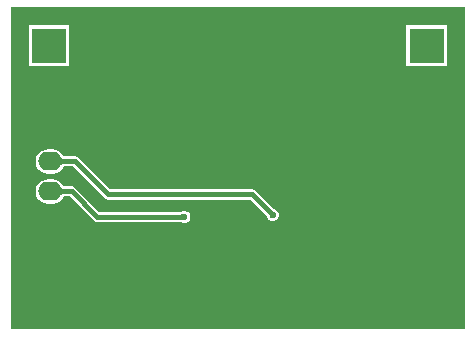
<source format=gbl>
G04*
G04 #@! TF.GenerationSoftware,Altium Limited,Altium Designer,22.3.1 (43)*
G04*
G04 Layer_Physical_Order=4*
G04 Layer_Color=16711680*
%FSLAX25Y25*%
%MOIN*%
G70*
G04*
G04 #@! TF.SameCoordinates,5170A01E-4387-43F3-8572-BE7CC5784F07*
G04*
G04*
G04 #@! TF.FilePolarity,Positive*
G04*
G01*
G75*
%ADD30C,0.01500*%
%ADD31O,0.07874X0.06299*%
%ADD32R,0.11811X0.11811*%
%ADD33C,0.02362*%
G36*
X138435Y-12943D02*
X-12746D01*
Y94242D01*
X138435D01*
Y-12943D01*
D02*
G37*
%LPC*%
G36*
X132494Y88302D02*
X118884D01*
Y74691D01*
X132494D01*
Y88302D01*
D02*
G37*
G36*
X6609D02*
X-7002D01*
Y74691D01*
X6609D01*
Y88302D01*
D02*
G37*
G36*
X984Y46998D02*
X-591D01*
X-1648Y46859D01*
X-2633Y46451D01*
X-3479Y45802D01*
X-4128Y44956D01*
X-4536Y43971D01*
X-4675Y42913D01*
X-4536Y41856D01*
X-4128Y40871D01*
X-3479Y40025D01*
X-2633Y39376D01*
X-1648Y38968D01*
X-591Y38829D01*
X984D01*
X2041Y38968D01*
X3026Y39376D01*
X3872Y40025D01*
X4522Y40871D01*
X4671Y41231D01*
X7866D01*
X18397Y30700D01*
X18397Y30700D01*
X18943Y30336D01*
X19587Y30207D01*
X66823D01*
X72328Y24702D01*
Y24586D01*
X72645Y23821D01*
X73231Y23236D01*
X73996Y22919D01*
X74823D01*
X75588Y23236D01*
X76174Y23821D01*
X76490Y24586D01*
Y25414D01*
X76174Y26179D01*
X75588Y26764D01*
X74823Y27081D01*
X74708D01*
X68709Y33079D01*
X68164Y33444D01*
X67520Y33572D01*
X20283D01*
X9753Y44103D01*
X9207Y44468D01*
X8563Y44596D01*
X4671D01*
X4522Y44956D01*
X3872Y45802D01*
X3026Y46451D01*
X2041Y46859D01*
X984Y46998D01*
D02*
G37*
G36*
Y36998D02*
X-591D01*
X-1648Y36859D01*
X-2633Y36451D01*
X-3479Y35802D01*
X-4128Y34956D01*
X-4536Y33970D01*
X-4675Y32913D01*
X-4536Y31856D01*
X-4128Y30871D01*
X-3479Y30025D01*
X-2633Y29376D01*
X-1648Y28968D01*
X-591Y28829D01*
X984D01*
X2041Y28968D01*
X3026Y29376D01*
X3872Y30025D01*
X4522Y30871D01*
X4671Y31231D01*
X6646D01*
X14657Y23220D01*
X15203Y22855D01*
X15846Y22727D01*
X15846Y22727D01*
X43621D01*
X43703Y22645D01*
X44468Y22328D01*
X45296D01*
X46061Y22645D01*
X46646Y23231D01*
X46963Y23995D01*
Y24823D01*
X46646Y25588D01*
X46061Y26174D01*
X45296Y26491D01*
X44468D01*
X43703Y26174D01*
X43621Y26092D01*
X16543D01*
X8532Y34103D01*
X7986Y34468D01*
X7343Y34596D01*
X4671D01*
X4522Y34956D01*
X3872Y35802D01*
X3026Y36451D01*
X2041Y36859D01*
X984Y36998D01*
D02*
G37*
%LPD*%
G36*
X3748Y44266D02*
X3802Y44140D01*
X3892Y44028D01*
X4019Y43931D01*
X4181Y43850D01*
X4380Y43782D01*
X4614Y43730D01*
X4885Y43693D01*
X5192Y43671D01*
X5536Y43663D01*
Y42163D01*
X5192Y42156D01*
X4614Y42096D01*
X4380Y42044D01*
X4181Y41977D01*
X4019Y41895D01*
X3892Y41799D01*
X3802Y41687D01*
X3748Y41561D01*
X3730Y41419D01*
Y44408D01*
X3748Y44266D01*
D02*
G37*
G36*
Y34266D02*
X3802Y34140D01*
X3892Y34028D01*
X4019Y33931D01*
X4181Y33849D01*
X4380Y33783D01*
X4614Y33730D01*
X4885Y33693D01*
X5192Y33671D01*
X5536Y33663D01*
Y32163D01*
X5192Y32156D01*
X4614Y32096D01*
X4380Y32044D01*
X4181Y31977D01*
X4019Y31895D01*
X3892Y31799D01*
X3802Y31687D01*
X3748Y31561D01*
X3730Y31419D01*
Y34408D01*
X3748Y34266D01*
D02*
G37*
D30*
X7343Y32913D02*
X15846Y24409D01*
X44882D01*
X197Y32913D02*
X7343D01*
X8563Y42913D02*
X19587Y31890D01*
X67520D02*
X74410Y25000D01*
X19587Y31890D02*
X67520D01*
X197Y42913D02*
X8563D01*
D31*
X197Y32913D02*
D03*
Y42913D02*
D03*
D32*
X-197Y81496D02*
D03*
X0Y0D02*
D03*
X125689D02*
D03*
Y81496D02*
D03*
D33*
X133169Y58661D02*
D03*
Y52756D02*
D03*
Y46850D02*
D03*
Y40945D02*
D03*
Y35039D02*
D03*
Y29134D02*
D03*
Y23228D02*
D03*
Y17323D02*
D03*
X3937Y13780D02*
D03*
X-1969D02*
D03*
X-1963Y25817D02*
D03*
X3942D02*
D03*
X-1963Y19911D02*
D03*
X3942D02*
D03*
X-7874Y13780D02*
D03*
Y19685D02*
D03*
Y25591D02*
D03*
Y31496D02*
D03*
Y37402D02*
D03*
Y43307D02*
D03*
Y49213D02*
D03*
Y55118D02*
D03*
X3937Y49213D02*
D03*
X-1969D02*
D03*
X3937Y55118D02*
D03*
X-1969D02*
D03*
X96653Y-4331D02*
D03*
X92716Y-394D02*
D03*
X88779Y3543D02*
D03*
X80905D02*
D03*
X84842Y-394D02*
D03*
X88779Y-4331D02*
D03*
X73032Y3543D02*
D03*
X33661D02*
D03*
X41535D02*
D03*
X49409D02*
D03*
X57284D02*
D03*
X65158D02*
D03*
X76968Y-394D02*
D03*
X69095D02*
D03*
X61221D02*
D03*
X53347D02*
D03*
X45472D02*
D03*
X37598D02*
D03*
X29724D02*
D03*
X80905Y-4331D02*
D03*
X73032D02*
D03*
X65158D02*
D03*
X57284D02*
D03*
X49409D02*
D03*
X41535D02*
D03*
X33661D02*
D03*
X25787D02*
D03*
X100984Y25886D02*
D03*
X74410Y25000D02*
D03*
X44882Y24409D02*
D03*
X14862Y82480D02*
D03*
X22736D02*
D03*
X30610D02*
D03*
X38484D02*
D03*
X46358D02*
D03*
X54232D02*
D03*
X62106D02*
D03*
X69980D02*
D03*
X77854D02*
D03*
X85728D02*
D03*
X93602D02*
D03*
X101476D02*
D03*
X109350D02*
D03*
X113287Y86417D02*
D03*
X105413D02*
D03*
X97539D02*
D03*
X89665D02*
D03*
X81791D02*
D03*
X73917D02*
D03*
X66043D02*
D03*
X58169D02*
D03*
X50295D02*
D03*
X42421D02*
D03*
X34547D02*
D03*
X26673D02*
D03*
X18799D02*
D03*
X10925D02*
D03*
X88779Y46850D02*
D03*
Y54724D02*
D03*
Y62598D02*
D03*
Y70472D02*
D03*
X80905Y62598D02*
D03*
Y54724D02*
D03*
Y46850D02*
D03*
X73032D02*
D03*
Y54724D02*
D03*
Y62598D02*
D03*
X65158D02*
D03*
Y54724D02*
D03*
Y46850D02*
D03*
X57284D02*
D03*
Y54724D02*
D03*
Y62598D02*
D03*
X49409Y46850D02*
D03*
Y54724D02*
D03*
Y62598D02*
D03*
X41535Y46850D02*
D03*
Y54724D02*
D03*
Y62598D02*
D03*
X80905Y70472D02*
D03*
X73032D02*
D03*
X65158D02*
D03*
X57284D02*
D03*
X49409D02*
D03*
X41535D02*
D03*
M02*

</source>
